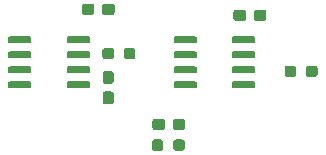
<source format=gbr>
G04 #@! TF.GenerationSoftware,KiCad,Pcbnew,(5.0.2)-1*
G04 #@! TF.CreationDate,2021-01-16T16:59:36+09:00*
G04 #@! TF.ProjectId,AllegroCurrentSensor,416c6c65-6772-46f4-9375-7272656e7453,rev?*
G04 #@! TF.SameCoordinates,Original*
G04 #@! TF.FileFunction,Paste,Top*
G04 #@! TF.FilePolarity,Positive*
%FSLAX46Y46*%
G04 Gerber Fmt 4.6, Leading zero omitted, Abs format (unit mm)*
G04 Created by KiCad (PCBNEW (5.0.2)-1) date 2021/01/16 16:59:36*
%MOMM*%
%LPD*%
G01*
G04 APERTURE LIST*
%ADD10C,0.100000*%
%ADD11C,0.950000*%
%ADD12C,0.600000*%
G04 APERTURE END LIST*
D10*
G04 #@! TO.C,C1*
G36*
X73623279Y-46026144D02*
X73646334Y-46029563D01*
X73668943Y-46035227D01*
X73690887Y-46043079D01*
X73711957Y-46053044D01*
X73731948Y-46065026D01*
X73750668Y-46078910D01*
X73767938Y-46094562D01*
X73783590Y-46111832D01*
X73797474Y-46130552D01*
X73809456Y-46150543D01*
X73819421Y-46171613D01*
X73827273Y-46193557D01*
X73832937Y-46216166D01*
X73836356Y-46239221D01*
X73837500Y-46262500D01*
X73837500Y-46737500D01*
X73836356Y-46760779D01*
X73832937Y-46783834D01*
X73827273Y-46806443D01*
X73819421Y-46828387D01*
X73809456Y-46849457D01*
X73797474Y-46869448D01*
X73783590Y-46888168D01*
X73767938Y-46905438D01*
X73750668Y-46921090D01*
X73731948Y-46934974D01*
X73711957Y-46946956D01*
X73690887Y-46956921D01*
X73668943Y-46964773D01*
X73646334Y-46970437D01*
X73623279Y-46973856D01*
X73600000Y-46975000D01*
X73000000Y-46975000D01*
X72976721Y-46973856D01*
X72953666Y-46970437D01*
X72931057Y-46964773D01*
X72909113Y-46956921D01*
X72888043Y-46946956D01*
X72868052Y-46934974D01*
X72849332Y-46921090D01*
X72832062Y-46905438D01*
X72816410Y-46888168D01*
X72802526Y-46869448D01*
X72790544Y-46849457D01*
X72780579Y-46828387D01*
X72772727Y-46806443D01*
X72767063Y-46783834D01*
X72763644Y-46760779D01*
X72762500Y-46737500D01*
X72762500Y-46262500D01*
X72763644Y-46239221D01*
X72767063Y-46216166D01*
X72772727Y-46193557D01*
X72780579Y-46171613D01*
X72790544Y-46150543D01*
X72802526Y-46130552D01*
X72816410Y-46111832D01*
X72832062Y-46094562D01*
X72849332Y-46078910D01*
X72868052Y-46065026D01*
X72888043Y-46053044D01*
X72909113Y-46043079D01*
X72931057Y-46035227D01*
X72953666Y-46029563D01*
X72976721Y-46026144D01*
X73000000Y-46025000D01*
X73600000Y-46025000D01*
X73623279Y-46026144D01*
X73623279Y-46026144D01*
G37*
D11*
X73300000Y-46500000D03*
D10*
G36*
X75348279Y-46026144D02*
X75371334Y-46029563D01*
X75393943Y-46035227D01*
X75415887Y-46043079D01*
X75436957Y-46053044D01*
X75456948Y-46065026D01*
X75475668Y-46078910D01*
X75492938Y-46094562D01*
X75508590Y-46111832D01*
X75522474Y-46130552D01*
X75534456Y-46150543D01*
X75544421Y-46171613D01*
X75552273Y-46193557D01*
X75557937Y-46216166D01*
X75561356Y-46239221D01*
X75562500Y-46262500D01*
X75562500Y-46737500D01*
X75561356Y-46760779D01*
X75557937Y-46783834D01*
X75552273Y-46806443D01*
X75544421Y-46828387D01*
X75534456Y-46849457D01*
X75522474Y-46869448D01*
X75508590Y-46888168D01*
X75492938Y-46905438D01*
X75475668Y-46921090D01*
X75456948Y-46934974D01*
X75436957Y-46946956D01*
X75415887Y-46956921D01*
X75393943Y-46964773D01*
X75371334Y-46970437D01*
X75348279Y-46973856D01*
X75325000Y-46975000D01*
X74725000Y-46975000D01*
X74701721Y-46973856D01*
X74678666Y-46970437D01*
X74656057Y-46964773D01*
X74634113Y-46956921D01*
X74613043Y-46946956D01*
X74593052Y-46934974D01*
X74574332Y-46921090D01*
X74557062Y-46905438D01*
X74541410Y-46888168D01*
X74527526Y-46869448D01*
X74515544Y-46849457D01*
X74505579Y-46828387D01*
X74497727Y-46806443D01*
X74492063Y-46783834D01*
X74488644Y-46760779D01*
X74487500Y-46737500D01*
X74487500Y-46262500D01*
X74488644Y-46239221D01*
X74492063Y-46216166D01*
X74497727Y-46193557D01*
X74505579Y-46171613D01*
X74515544Y-46150543D01*
X74527526Y-46130552D01*
X74541410Y-46111832D01*
X74557062Y-46094562D01*
X74574332Y-46078910D01*
X74593052Y-46065026D01*
X74613043Y-46053044D01*
X74634113Y-46043079D01*
X74656057Y-46035227D01*
X74678666Y-46029563D01*
X74701721Y-46026144D01*
X74725000Y-46025000D01*
X75325000Y-46025000D01*
X75348279Y-46026144D01*
X75348279Y-46026144D01*
G37*
D11*
X75025000Y-46500000D03*
G04 #@! TD*
D10*
G04 #@! TO.C,C2*
G36*
X86460779Y-46526144D02*
X86483834Y-46529563D01*
X86506443Y-46535227D01*
X86528387Y-46543079D01*
X86549457Y-46553044D01*
X86569448Y-46565026D01*
X86588168Y-46578910D01*
X86605438Y-46594562D01*
X86621090Y-46611832D01*
X86634974Y-46630552D01*
X86646956Y-46650543D01*
X86656921Y-46671613D01*
X86664773Y-46693557D01*
X86670437Y-46716166D01*
X86673856Y-46739221D01*
X86675000Y-46762500D01*
X86675000Y-47237500D01*
X86673856Y-47260779D01*
X86670437Y-47283834D01*
X86664773Y-47306443D01*
X86656921Y-47328387D01*
X86646956Y-47349457D01*
X86634974Y-47369448D01*
X86621090Y-47388168D01*
X86605438Y-47405438D01*
X86588168Y-47421090D01*
X86569448Y-47434974D01*
X86549457Y-47446956D01*
X86528387Y-47456921D01*
X86506443Y-47464773D01*
X86483834Y-47470437D01*
X86460779Y-47473856D01*
X86437500Y-47475000D01*
X85837500Y-47475000D01*
X85814221Y-47473856D01*
X85791166Y-47470437D01*
X85768557Y-47464773D01*
X85746613Y-47456921D01*
X85725543Y-47446956D01*
X85705552Y-47434974D01*
X85686832Y-47421090D01*
X85669562Y-47405438D01*
X85653910Y-47388168D01*
X85640026Y-47369448D01*
X85628044Y-47349457D01*
X85618079Y-47328387D01*
X85610227Y-47306443D01*
X85604563Y-47283834D01*
X85601144Y-47260779D01*
X85600000Y-47237500D01*
X85600000Y-46762500D01*
X85601144Y-46739221D01*
X85604563Y-46716166D01*
X85610227Y-46693557D01*
X85618079Y-46671613D01*
X85628044Y-46650543D01*
X85640026Y-46630552D01*
X85653910Y-46611832D01*
X85669562Y-46594562D01*
X85686832Y-46578910D01*
X85705552Y-46565026D01*
X85725543Y-46553044D01*
X85746613Y-46543079D01*
X85768557Y-46535227D01*
X85791166Y-46529563D01*
X85814221Y-46526144D01*
X85837500Y-46525000D01*
X86437500Y-46525000D01*
X86460779Y-46526144D01*
X86460779Y-46526144D01*
G37*
D11*
X86137500Y-47000000D03*
D10*
G36*
X88185779Y-46526144D02*
X88208834Y-46529563D01*
X88231443Y-46535227D01*
X88253387Y-46543079D01*
X88274457Y-46553044D01*
X88294448Y-46565026D01*
X88313168Y-46578910D01*
X88330438Y-46594562D01*
X88346090Y-46611832D01*
X88359974Y-46630552D01*
X88371956Y-46650543D01*
X88381921Y-46671613D01*
X88389773Y-46693557D01*
X88395437Y-46716166D01*
X88398856Y-46739221D01*
X88400000Y-46762500D01*
X88400000Y-47237500D01*
X88398856Y-47260779D01*
X88395437Y-47283834D01*
X88389773Y-47306443D01*
X88381921Y-47328387D01*
X88371956Y-47349457D01*
X88359974Y-47369448D01*
X88346090Y-47388168D01*
X88330438Y-47405438D01*
X88313168Y-47421090D01*
X88294448Y-47434974D01*
X88274457Y-47446956D01*
X88253387Y-47456921D01*
X88231443Y-47464773D01*
X88208834Y-47470437D01*
X88185779Y-47473856D01*
X88162500Y-47475000D01*
X87562500Y-47475000D01*
X87539221Y-47473856D01*
X87516166Y-47470437D01*
X87493557Y-47464773D01*
X87471613Y-47456921D01*
X87450543Y-47446956D01*
X87430552Y-47434974D01*
X87411832Y-47421090D01*
X87394562Y-47405438D01*
X87378910Y-47388168D01*
X87365026Y-47369448D01*
X87353044Y-47349457D01*
X87343079Y-47328387D01*
X87335227Y-47306443D01*
X87329563Y-47283834D01*
X87326144Y-47260779D01*
X87325000Y-47237500D01*
X87325000Y-46762500D01*
X87326144Y-46739221D01*
X87329563Y-46716166D01*
X87335227Y-46693557D01*
X87343079Y-46671613D01*
X87353044Y-46650543D01*
X87365026Y-46630552D01*
X87378910Y-46611832D01*
X87394562Y-46594562D01*
X87411832Y-46578910D01*
X87430552Y-46565026D01*
X87450543Y-46553044D01*
X87471613Y-46543079D01*
X87493557Y-46535227D01*
X87516166Y-46529563D01*
X87539221Y-46526144D01*
X87562500Y-46525000D01*
X88162500Y-46525000D01*
X88185779Y-46526144D01*
X88185779Y-46526144D01*
G37*
D11*
X87862500Y-47000000D03*
G04 #@! TD*
D10*
G04 #@! TO.C,C3*
G36*
X79598279Y-55776144D02*
X79621334Y-55779563D01*
X79643943Y-55785227D01*
X79665887Y-55793079D01*
X79686957Y-55803044D01*
X79706948Y-55815026D01*
X79725668Y-55828910D01*
X79742938Y-55844562D01*
X79758590Y-55861832D01*
X79772474Y-55880552D01*
X79784456Y-55900543D01*
X79794421Y-55921613D01*
X79802273Y-55943557D01*
X79807937Y-55966166D01*
X79811356Y-55989221D01*
X79812500Y-56012500D01*
X79812500Y-56487500D01*
X79811356Y-56510779D01*
X79807937Y-56533834D01*
X79802273Y-56556443D01*
X79794421Y-56578387D01*
X79784456Y-56599457D01*
X79772474Y-56619448D01*
X79758590Y-56638168D01*
X79742938Y-56655438D01*
X79725668Y-56671090D01*
X79706948Y-56684974D01*
X79686957Y-56696956D01*
X79665887Y-56706921D01*
X79643943Y-56714773D01*
X79621334Y-56720437D01*
X79598279Y-56723856D01*
X79575000Y-56725000D01*
X78975000Y-56725000D01*
X78951721Y-56723856D01*
X78928666Y-56720437D01*
X78906057Y-56714773D01*
X78884113Y-56706921D01*
X78863043Y-56696956D01*
X78843052Y-56684974D01*
X78824332Y-56671090D01*
X78807062Y-56655438D01*
X78791410Y-56638168D01*
X78777526Y-56619448D01*
X78765544Y-56599457D01*
X78755579Y-56578387D01*
X78747727Y-56556443D01*
X78742063Y-56533834D01*
X78738644Y-56510779D01*
X78737500Y-56487500D01*
X78737500Y-56012500D01*
X78738644Y-55989221D01*
X78742063Y-55966166D01*
X78747727Y-55943557D01*
X78755579Y-55921613D01*
X78765544Y-55900543D01*
X78777526Y-55880552D01*
X78791410Y-55861832D01*
X78807062Y-55844562D01*
X78824332Y-55828910D01*
X78843052Y-55815026D01*
X78863043Y-55803044D01*
X78884113Y-55793079D01*
X78906057Y-55785227D01*
X78928666Y-55779563D01*
X78951721Y-55776144D01*
X78975000Y-55775000D01*
X79575000Y-55775000D01*
X79598279Y-55776144D01*
X79598279Y-55776144D01*
G37*
D11*
X79275000Y-56250000D03*
D10*
G36*
X81323279Y-55776144D02*
X81346334Y-55779563D01*
X81368943Y-55785227D01*
X81390887Y-55793079D01*
X81411957Y-55803044D01*
X81431948Y-55815026D01*
X81450668Y-55828910D01*
X81467938Y-55844562D01*
X81483590Y-55861832D01*
X81497474Y-55880552D01*
X81509456Y-55900543D01*
X81519421Y-55921613D01*
X81527273Y-55943557D01*
X81532937Y-55966166D01*
X81536356Y-55989221D01*
X81537500Y-56012500D01*
X81537500Y-56487500D01*
X81536356Y-56510779D01*
X81532937Y-56533834D01*
X81527273Y-56556443D01*
X81519421Y-56578387D01*
X81509456Y-56599457D01*
X81497474Y-56619448D01*
X81483590Y-56638168D01*
X81467938Y-56655438D01*
X81450668Y-56671090D01*
X81431948Y-56684974D01*
X81411957Y-56696956D01*
X81390887Y-56706921D01*
X81368943Y-56714773D01*
X81346334Y-56720437D01*
X81323279Y-56723856D01*
X81300000Y-56725000D01*
X80700000Y-56725000D01*
X80676721Y-56723856D01*
X80653666Y-56720437D01*
X80631057Y-56714773D01*
X80609113Y-56706921D01*
X80588043Y-56696956D01*
X80568052Y-56684974D01*
X80549332Y-56671090D01*
X80532062Y-56655438D01*
X80516410Y-56638168D01*
X80502526Y-56619448D01*
X80490544Y-56599457D01*
X80480579Y-56578387D01*
X80472727Y-56556443D01*
X80467063Y-56533834D01*
X80463644Y-56510779D01*
X80462500Y-56487500D01*
X80462500Y-56012500D01*
X80463644Y-55989221D01*
X80467063Y-55966166D01*
X80472727Y-55943557D01*
X80480579Y-55921613D01*
X80490544Y-55900543D01*
X80502526Y-55880552D01*
X80516410Y-55861832D01*
X80532062Y-55844562D01*
X80549332Y-55828910D01*
X80568052Y-55815026D01*
X80588043Y-55803044D01*
X80609113Y-55793079D01*
X80631057Y-55785227D01*
X80653666Y-55779563D01*
X80676721Y-55776144D01*
X80700000Y-55775000D01*
X81300000Y-55775000D01*
X81323279Y-55776144D01*
X81323279Y-55776144D01*
G37*
D11*
X81000000Y-56250000D03*
G04 #@! TD*
D10*
G04 #@! TO.C,R1*
G36*
X77098279Y-49776144D02*
X77121334Y-49779563D01*
X77143943Y-49785227D01*
X77165887Y-49793079D01*
X77186957Y-49803044D01*
X77206948Y-49815026D01*
X77225668Y-49828910D01*
X77242938Y-49844562D01*
X77258590Y-49861832D01*
X77272474Y-49880552D01*
X77284456Y-49900543D01*
X77294421Y-49921613D01*
X77302273Y-49943557D01*
X77307937Y-49966166D01*
X77311356Y-49989221D01*
X77312500Y-50012500D01*
X77312500Y-50487500D01*
X77311356Y-50510779D01*
X77307937Y-50533834D01*
X77302273Y-50556443D01*
X77294421Y-50578387D01*
X77284456Y-50599457D01*
X77272474Y-50619448D01*
X77258590Y-50638168D01*
X77242938Y-50655438D01*
X77225668Y-50671090D01*
X77206948Y-50684974D01*
X77186957Y-50696956D01*
X77165887Y-50706921D01*
X77143943Y-50714773D01*
X77121334Y-50720437D01*
X77098279Y-50723856D01*
X77075000Y-50725000D01*
X76575000Y-50725000D01*
X76551721Y-50723856D01*
X76528666Y-50720437D01*
X76506057Y-50714773D01*
X76484113Y-50706921D01*
X76463043Y-50696956D01*
X76443052Y-50684974D01*
X76424332Y-50671090D01*
X76407062Y-50655438D01*
X76391410Y-50638168D01*
X76377526Y-50619448D01*
X76365544Y-50599457D01*
X76355579Y-50578387D01*
X76347727Y-50556443D01*
X76342063Y-50533834D01*
X76338644Y-50510779D01*
X76337500Y-50487500D01*
X76337500Y-50012500D01*
X76338644Y-49989221D01*
X76342063Y-49966166D01*
X76347727Y-49943557D01*
X76355579Y-49921613D01*
X76365544Y-49900543D01*
X76377526Y-49880552D01*
X76391410Y-49861832D01*
X76407062Y-49844562D01*
X76424332Y-49828910D01*
X76443052Y-49815026D01*
X76463043Y-49803044D01*
X76484113Y-49793079D01*
X76506057Y-49785227D01*
X76528666Y-49779563D01*
X76551721Y-49776144D01*
X76575000Y-49775000D01*
X77075000Y-49775000D01*
X77098279Y-49776144D01*
X77098279Y-49776144D01*
G37*
D11*
X76825000Y-50250000D03*
D10*
G36*
X75273279Y-49776144D02*
X75296334Y-49779563D01*
X75318943Y-49785227D01*
X75340887Y-49793079D01*
X75361957Y-49803044D01*
X75381948Y-49815026D01*
X75400668Y-49828910D01*
X75417938Y-49844562D01*
X75433590Y-49861832D01*
X75447474Y-49880552D01*
X75459456Y-49900543D01*
X75469421Y-49921613D01*
X75477273Y-49943557D01*
X75482937Y-49966166D01*
X75486356Y-49989221D01*
X75487500Y-50012500D01*
X75487500Y-50487500D01*
X75486356Y-50510779D01*
X75482937Y-50533834D01*
X75477273Y-50556443D01*
X75469421Y-50578387D01*
X75459456Y-50599457D01*
X75447474Y-50619448D01*
X75433590Y-50638168D01*
X75417938Y-50655438D01*
X75400668Y-50671090D01*
X75381948Y-50684974D01*
X75361957Y-50696956D01*
X75340887Y-50706921D01*
X75318943Y-50714773D01*
X75296334Y-50720437D01*
X75273279Y-50723856D01*
X75250000Y-50725000D01*
X74750000Y-50725000D01*
X74726721Y-50723856D01*
X74703666Y-50720437D01*
X74681057Y-50714773D01*
X74659113Y-50706921D01*
X74638043Y-50696956D01*
X74618052Y-50684974D01*
X74599332Y-50671090D01*
X74582062Y-50655438D01*
X74566410Y-50638168D01*
X74552526Y-50619448D01*
X74540544Y-50599457D01*
X74530579Y-50578387D01*
X74522727Y-50556443D01*
X74517063Y-50533834D01*
X74513644Y-50510779D01*
X74512500Y-50487500D01*
X74512500Y-50012500D01*
X74513644Y-49989221D01*
X74517063Y-49966166D01*
X74522727Y-49943557D01*
X74530579Y-49921613D01*
X74540544Y-49900543D01*
X74552526Y-49880552D01*
X74566410Y-49861832D01*
X74582062Y-49844562D01*
X74599332Y-49828910D01*
X74618052Y-49815026D01*
X74638043Y-49803044D01*
X74659113Y-49793079D01*
X74681057Y-49785227D01*
X74703666Y-49779563D01*
X74726721Y-49776144D01*
X74750000Y-49775000D01*
X75250000Y-49775000D01*
X75273279Y-49776144D01*
X75273279Y-49776144D01*
G37*
D11*
X75000000Y-50250000D03*
G04 #@! TD*
D10*
G04 #@! TO.C,R2*
G36*
X79448279Y-57526144D02*
X79471334Y-57529563D01*
X79493943Y-57535227D01*
X79515887Y-57543079D01*
X79536957Y-57553044D01*
X79556948Y-57565026D01*
X79575668Y-57578910D01*
X79592938Y-57594562D01*
X79608590Y-57611832D01*
X79622474Y-57630552D01*
X79634456Y-57650543D01*
X79644421Y-57671613D01*
X79652273Y-57693557D01*
X79657937Y-57716166D01*
X79661356Y-57739221D01*
X79662500Y-57762500D01*
X79662500Y-58237500D01*
X79661356Y-58260779D01*
X79657937Y-58283834D01*
X79652273Y-58306443D01*
X79644421Y-58328387D01*
X79634456Y-58349457D01*
X79622474Y-58369448D01*
X79608590Y-58388168D01*
X79592938Y-58405438D01*
X79575668Y-58421090D01*
X79556948Y-58434974D01*
X79536957Y-58446956D01*
X79515887Y-58456921D01*
X79493943Y-58464773D01*
X79471334Y-58470437D01*
X79448279Y-58473856D01*
X79425000Y-58475000D01*
X78925000Y-58475000D01*
X78901721Y-58473856D01*
X78878666Y-58470437D01*
X78856057Y-58464773D01*
X78834113Y-58456921D01*
X78813043Y-58446956D01*
X78793052Y-58434974D01*
X78774332Y-58421090D01*
X78757062Y-58405438D01*
X78741410Y-58388168D01*
X78727526Y-58369448D01*
X78715544Y-58349457D01*
X78705579Y-58328387D01*
X78697727Y-58306443D01*
X78692063Y-58283834D01*
X78688644Y-58260779D01*
X78687500Y-58237500D01*
X78687500Y-57762500D01*
X78688644Y-57739221D01*
X78692063Y-57716166D01*
X78697727Y-57693557D01*
X78705579Y-57671613D01*
X78715544Y-57650543D01*
X78727526Y-57630552D01*
X78741410Y-57611832D01*
X78757062Y-57594562D01*
X78774332Y-57578910D01*
X78793052Y-57565026D01*
X78813043Y-57553044D01*
X78834113Y-57543079D01*
X78856057Y-57535227D01*
X78878666Y-57529563D01*
X78901721Y-57526144D01*
X78925000Y-57525000D01*
X79425000Y-57525000D01*
X79448279Y-57526144D01*
X79448279Y-57526144D01*
G37*
D11*
X79175000Y-58000000D03*
D10*
G36*
X81273279Y-57526144D02*
X81296334Y-57529563D01*
X81318943Y-57535227D01*
X81340887Y-57543079D01*
X81361957Y-57553044D01*
X81381948Y-57565026D01*
X81400668Y-57578910D01*
X81417938Y-57594562D01*
X81433590Y-57611832D01*
X81447474Y-57630552D01*
X81459456Y-57650543D01*
X81469421Y-57671613D01*
X81477273Y-57693557D01*
X81482937Y-57716166D01*
X81486356Y-57739221D01*
X81487500Y-57762500D01*
X81487500Y-58237500D01*
X81486356Y-58260779D01*
X81482937Y-58283834D01*
X81477273Y-58306443D01*
X81469421Y-58328387D01*
X81459456Y-58349457D01*
X81447474Y-58369448D01*
X81433590Y-58388168D01*
X81417938Y-58405438D01*
X81400668Y-58421090D01*
X81381948Y-58434974D01*
X81361957Y-58446956D01*
X81340887Y-58456921D01*
X81318943Y-58464773D01*
X81296334Y-58470437D01*
X81273279Y-58473856D01*
X81250000Y-58475000D01*
X80750000Y-58475000D01*
X80726721Y-58473856D01*
X80703666Y-58470437D01*
X80681057Y-58464773D01*
X80659113Y-58456921D01*
X80638043Y-58446956D01*
X80618052Y-58434974D01*
X80599332Y-58421090D01*
X80582062Y-58405438D01*
X80566410Y-58388168D01*
X80552526Y-58369448D01*
X80540544Y-58349457D01*
X80530579Y-58328387D01*
X80522727Y-58306443D01*
X80517063Y-58283834D01*
X80513644Y-58260779D01*
X80512500Y-58237500D01*
X80512500Y-57762500D01*
X80513644Y-57739221D01*
X80517063Y-57716166D01*
X80522727Y-57693557D01*
X80530579Y-57671613D01*
X80540544Y-57650543D01*
X80552526Y-57630552D01*
X80566410Y-57611832D01*
X80582062Y-57594562D01*
X80599332Y-57578910D01*
X80618052Y-57565026D01*
X80638043Y-57553044D01*
X80659113Y-57543079D01*
X80681057Y-57535227D01*
X80703666Y-57529563D01*
X80726721Y-57526144D01*
X80750000Y-57525000D01*
X81250000Y-57525000D01*
X81273279Y-57526144D01*
X81273279Y-57526144D01*
G37*
D11*
X81000000Y-58000000D03*
G04 #@! TD*
D10*
G04 #@! TO.C,R3*
G36*
X90698279Y-51276144D02*
X90721334Y-51279563D01*
X90743943Y-51285227D01*
X90765887Y-51293079D01*
X90786957Y-51303044D01*
X90806948Y-51315026D01*
X90825668Y-51328910D01*
X90842938Y-51344562D01*
X90858590Y-51361832D01*
X90872474Y-51380552D01*
X90884456Y-51400543D01*
X90894421Y-51421613D01*
X90902273Y-51443557D01*
X90907937Y-51466166D01*
X90911356Y-51489221D01*
X90912500Y-51512500D01*
X90912500Y-51987500D01*
X90911356Y-52010779D01*
X90907937Y-52033834D01*
X90902273Y-52056443D01*
X90894421Y-52078387D01*
X90884456Y-52099457D01*
X90872474Y-52119448D01*
X90858590Y-52138168D01*
X90842938Y-52155438D01*
X90825668Y-52171090D01*
X90806948Y-52184974D01*
X90786957Y-52196956D01*
X90765887Y-52206921D01*
X90743943Y-52214773D01*
X90721334Y-52220437D01*
X90698279Y-52223856D01*
X90675000Y-52225000D01*
X90175000Y-52225000D01*
X90151721Y-52223856D01*
X90128666Y-52220437D01*
X90106057Y-52214773D01*
X90084113Y-52206921D01*
X90063043Y-52196956D01*
X90043052Y-52184974D01*
X90024332Y-52171090D01*
X90007062Y-52155438D01*
X89991410Y-52138168D01*
X89977526Y-52119448D01*
X89965544Y-52099457D01*
X89955579Y-52078387D01*
X89947727Y-52056443D01*
X89942063Y-52033834D01*
X89938644Y-52010779D01*
X89937500Y-51987500D01*
X89937500Y-51512500D01*
X89938644Y-51489221D01*
X89942063Y-51466166D01*
X89947727Y-51443557D01*
X89955579Y-51421613D01*
X89965544Y-51400543D01*
X89977526Y-51380552D01*
X89991410Y-51361832D01*
X90007062Y-51344562D01*
X90024332Y-51328910D01*
X90043052Y-51315026D01*
X90063043Y-51303044D01*
X90084113Y-51293079D01*
X90106057Y-51285227D01*
X90128666Y-51279563D01*
X90151721Y-51276144D01*
X90175000Y-51275000D01*
X90675000Y-51275000D01*
X90698279Y-51276144D01*
X90698279Y-51276144D01*
G37*
D11*
X90425000Y-51750000D03*
D10*
G36*
X92523279Y-51276144D02*
X92546334Y-51279563D01*
X92568943Y-51285227D01*
X92590887Y-51293079D01*
X92611957Y-51303044D01*
X92631948Y-51315026D01*
X92650668Y-51328910D01*
X92667938Y-51344562D01*
X92683590Y-51361832D01*
X92697474Y-51380552D01*
X92709456Y-51400543D01*
X92719421Y-51421613D01*
X92727273Y-51443557D01*
X92732937Y-51466166D01*
X92736356Y-51489221D01*
X92737500Y-51512500D01*
X92737500Y-51987500D01*
X92736356Y-52010779D01*
X92732937Y-52033834D01*
X92727273Y-52056443D01*
X92719421Y-52078387D01*
X92709456Y-52099457D01*
X92697474Y-52119448D01*
X92683590Y-52138168D01*
X92667938Y-52155438D01*
X92650668Y-52171090D01*
X92631948Y-52184974D01*
X92611957Y-52196956D01*
X92590887Y-52206921D01*
X92568943Y-52214773D01*
X92546334Y-52220437D01*
X92523279Y-52223856D01*
X92500000Y-52225000D01*
X92000000Y-52225000D01*
X91976721Y-52223856D01*
X91953666Y-52220437D01*
X91931057Y-52214773D01*
X91909113Y-52206921D01*
X91888043Y-52196956D01*
X91868052Y-52184974D01*
X91849332Y-52171090D01*
X91832062Y-52155438D01*
X91816410Y-52138168D01*
X91802526Y-52119448D01*
X91790544Y-52099457D01*
X91780579Y-52078387D01*
X91772727Y-52056443D01*
X91767063Y-52033834D01*
X91763644Y-52010779D01*
X91762500Y-51987500D01*
X91762500Y-51512500D01*
X91763644Y-51489221D01*
X91767063Y-51466166D01*
X91772727Y-51443557D01*
X91780579Y-51421613D01*
X91790544Y-51400543D01*
X91802526Y-51380552D01*
X91816410Y-51361832D01*
X91832062Y-51344562D01*
X91849332Y-51328910D01*
X91868052Y-51315026D01*
X91888043Y-51303044D01*
X91909113Y-51293079D01*
X91931057Y-51285227D01*
X91953666Y-51279563D01*
X91976721Y-51276144D01*
X92000000Y-51275000D01*
X92500000Y-51275000D01*
X92523279Y-51276144D01*
X92523279Y-51276144D01*
G37*
D11*
X92250000Y-51750000D03*
G04 #@! TD*
D10*
G04 #@! TO.C,U2*
G36*
X82364703Y-48795722D02*
X82379264Y-48797882D01*
X82393543Y-48801459D01*
X82407403Y-48806418D01*
X82420710Y-48812712D01*
X82433336Y-48820280D01*
X82445159Y-48829048D01*
X82456066Y-48838934D01*
X82465952Y-48849841D01*
X82474720Y-48861664D01*
X82482288Y-48874290D01*
X82488582Y-48887597D01*
X82493541Y-48901457D01*
X82497118Y-48915736D01*
X82499278Y-48930297D01*
X82500000Y-48945000D01*
X82500000Y-49245000D01*
X82499278Y-49259703D01*
X82497118Y-49274264D01*
X82493541Y-49288543D01*
X82488582Y-49302403D01*
X82482288Y-49315710D01*
X82474720Y-49328336D01*
X82465952Y-49340159D01*
X82456066Y-49351066D01*
X82445159Y-49360952D01*
X82433336Y-49369720D01*
X82420710Y-49377288D01*
X82407403Y-49383582D01*
X82393543Y-49388541D01*
X82379264Y-49392118D01*
X82364703Y-49394278D01*
X82350000Y-49395000D01*
X80700000Y-49395000D01*
X80685297Y-49394278D01*
X80670736Y-49392118D01*
X80656457Y-49388541D01*
X80642597Y-49383582D01*
X80629290Y-49377288D01*
X80616664Y-49369720D01*
X80604841Y-49360952D01*
X80593934Y-49351066D01*
X80584048Y-49340159D01*
X80575280Y-49328336D01*
X80567712Y-49315710D01*
X80561418Y-49302403D01*
X80556459Y-49288543D01*
X80552882Y-49274264D01*
X80550722Y-49259703D01*
X80550000Y-49245000D01*
X80550000Y-48945000D01*
X80550722Y-48930297D01*
X80552882Y-48915736D01*
X80556459Y-48901457D01*
X80561418Y-48887597D01*
X80567712Y-48874290D01*
X80575280Y-48861664D01*
X80584048Y-48849841D01*
X80593934Y-48838934D01*
X80604841Y-48829048D01*
X80616664Y-48820280D01*
X80629290Y-48812712D01*
X80642597Y-48806418D01*
X80656457Y-48801459D01*
X80670736Y-48797882D01*
X80685297Y-48795722D01*
X80700000Y-48795000D01*
X82350000Y-48795000D01*
X82364703Y-48795722D01*
X82364703Y-48795722D01*
G37*
D12*
X81525000Y-49095000D03*
D10*
G36*
X82364703Y-50065722D02*
X82379264Y-50067882D01*
X82393543Y-50071459D01*
X82407403Y-50076418D01*
X82420710Y-50082712D01*
X82433336Y-50090280D01*
X82445159Y-50099048D01*
X82456066Y-50108934D01*
X82465952Y-50119841D01*
X82474720Y-50131664D01*
X82482288Y-50144290D01*
X82488582Y-50157597D01*
X82493541Y-50171457D01*
X82497118Y-50185736D01*
X82499278Y-50200297D01*
X82500000Y-50215000D01*
X82500000Y-50515000D01*
X82499278Y-50529703D01*
X82497118Y-50544264D01*
X82493541Y-50558543D01*
X82488582Y-50572403D01*
X82482288Y-50585710D01*
X82474720Y-50598336D01*
X82465952Y-50610159D01*
X82456066Y-50621066D01*
X82445159Y-50630952D01*
X82433336Y-50639720D01*
X82420710Y-50647288D01*
X82407403Y-50653582D01*
X82393543Y-50658541D01*
X82379264Y-50662118D01*
X82364703Y-50664278D01*
X82350000Y-50665000D01*
X80700000Y-50665000D01*
X80685297Y-50664278D01*
X80670736Y-50662118D01*
X80656457Y-50658541D01*
X80642597Y-50653582D01*
X80629290Y-50647288D01*
X80616664Y-50639720D01*
X80604841Y-50630952D01*
X80593934Y-50621066D01*
X80584048Y-50610159D01*
X80575280Y-50598336D01*
X80567712Y-50585710D01*
X80561418Y-50572403D01*
X80556459Y-50558543D01*
X80552882Y-50544264D01*
X80550722Y-50529703D01*
X80550000Y-50515000D01*
X80550000Y-50215000D01*
X80550722Y-50200297D01*
X80552882Y-50185736D01*
X80556459Y-50171457D01*
X80561418Y-50157597D01*
X80567712Y-50144290D01*
X80575280Y-50131664D01*
X80584048Y-50119841D01*
X80593934Y-50108934D01*
X80604841Y-50099048D01*
X80616664Y-50090280D01*
X80629290Y-50082712D01*
X80642597Y-50076418D01*
X80656457Y-50071459D01*
X80670736Y-50067882D01*
X80685297Y-50065722D01*
X80700000Y-50065000D01*
X82350000Y-50065000D01*
X82364703Y-50065722D01*
X82364703Y-50065722D01*
G37*
D12*
X81525000Y-50365000D03*
D10*
G36*
X82364703Y-51335722D02*
X82379264Y-51337882D01*
X82393543Y-51341459D01*
X82407403Y-51346418D01*
X82420710Y-51352712D01*
X82433336Y-51360280D01*
X82445159Y-51369048D01*
X82456066Y-51378934D01*
X82465952Y-51389841D01*
X82474720Y-51401664D01*
X82482288Y-51414290D01*
X82488582Y-51427597D01*
X82493541Y-51441457D01*
X82497118Y-51455736D01*
X82499278Y-51470297D01*
X82500000Y-51485000D01*
X82500000Y-51785000D01*
X82499278Y-51799703D01*
X82497118Y-51814264D01*
X82493541Y-51828543D01*
X82488582Y-51842403D01*
X82482288Y-51855710D01*
X82474720Y-51868336D01*
X82465952Y-51880159D01*
X82456066Y-51891066D01*
X82445159Y-51900952D01*
X82433336Y-51909720D01*
X82420710Y-51917288D01*
X82407403Y-51923582D01*
X82393543Y-51928541D01*
X82379264Y-51932118D01*
X82364703Y-51934278D01*
X82350000Y-51935000D01*
X80700000Y-51935000D01*
X80685297Y-51934278D01*
X80670736Y-51932118D01*
X80656457Y-51928541D01*
X80642597Y-51923582D01*
X80629290Y-51917288D01*
X80616664Y-51909720D01*
X80604841Y-51900952D01*
X80593934Y-51891066D01*
X80584048Y-51880159D01*
X80575280Y-51868336D01*
X80567712Y-51855710D01*
X80561418Y-51842403D01*
X80556459Y-51828543D01*
X80552882Y-51814264D01*
X80550722Y-51799703D01*
X80550000Y-51785000D01*
X80550000Y-51485000D01*
X80550722Y-51470297D01*
X80552882Y-51455736D01*
X80556459Y-51441457D01*
X80561418Y-51427597D01*
X80567712Y-51414290D01*
X80575280Y-51401664D01*
X80584048Y-51389841D01*
X80593934Y-51378934D01*
X80604841Y-51369048D01*
X80616664Y-51360280D01*
X80629290Y-51352712D01*
X80642597Y-51346418D01*
X80656457Y-51341459D01*
X80670736Y-51337882D01*
X80685297Y-51335722D01*
X80700000Y-51335000D01*
X82350000Y-51335000D01*
X82364703Y-51335722D01*
X82364703Y-51335722D01*
G37*
D12*
X81525000Y-51635000D03*
D10*
G36*
X82364703Y-52605722D02*
X82379264Y-52607882D01*
X82393543Y-52611459D01*
X82407403Y-52616418D01*
X82420710Y-52622712D01*
X82433336Y-52630280D01*
X82445159Y-52639048D01*
X82456066Y-52648934D01*
X82465952Y-52659841D01*
X82474720Y-52671664D01*
X82482288Y-52684290D01*
X82488582Y-52697597D01*
X82493541Y-52711457D01*
X82497118Y-52725736D01*
X82499278Y-52740297D01*
X82500000Y-52755000D01*
X82500000Y-53055000D01*
X82499278Y-53069703D01*
X82497118Y-53084264D01*
X82493541Y-53098543D01*
X82488582Y-53112403D01*
X82482288Y-53125710D01*
X82474720Y-53138336D01*
X82465952Y-53150159D01*
X82456066Y-53161066D01*
X82445159Y-53170952D01*
X82433336Y-53179720D01*
X82420710Y-53187288D01*
X82407403Y-53193582D01*
X82393543Y-53198541D01*
X82379264Y-53202118D01*
X82364703Y-53204278D01*
X82350000Y-53205000D01*
X80700000Y-53205000D01*
X80685297Y-53204278D01*
X80670736Y-53202118D01*
X80656457Y-53198541D01*
X80642597Y-53193582D01*
X80629290Y-53187288D01*
X80616664Y-53179720D01*
X80604841Y-53170952D01*
X80593934Y-53161066D01*
X80584048Y-53150159D01*
X80575280Y-53138336D01*
X80567712Y-53125710D01*
X80561418Y-53112403D01*
X80556459Y-53098543D01*
X80552882Y-53084264D01*
X80550722Y-53069703D01*
X80550000Y-53055000D01*
X80550000Y-52755000D01*
X80550722Y-52740297D01*
X80552882Y-52725736D01*
X80556459Y-52711457D01*
X80561418Y-52697597D01*
X80567712Y-52684290D01*
X80575280Y-52671664D01*
X80584048Y-52659841D01*
X80593934Y-52648934D01*
X80604841Y-52639048D01*
X80616664Y-52630280D01*
X80629290Y-52622712D01*
X80642597Y-52616418D01*
X80656457Y-52611459D01*
X80670736Y-52607882D01*
X80685297Y-52605722D01*
X80700000Y-52605000D01*
X82350000Y-52605000D01*
X82364703Y-52605722D01*
X82364703Y-52605722D01*
G37*
D12*
X81525000Y-52905000D03*
D10*
G36*
X87314703Y-52605722D02*
X87329264Y-52607882D01*
X87343543Y-52611459D01*
X87357403Y-52616418D01*
X87370710Y-52622712D01*
X87383336Y-52630280D01*
X87395159Y-52639048D01*
X87406066Y-52648934D01*
X87415952Y-52659841D01*
X87424720Y-52671664D01*
X87432288Y-52684290D01*
X87438582Y-52697597D01*
X87443541Y-52711457D01*
X87447118Y-52725736D01*
X87449278Y-52740297D01*
X87450000Y-52755000D01*
X87450000Y-53055000D01*
X87449278Y-53069703D01*
X87447118Y-53084264D01*
X87443541Y-53098543D01*
X87438582Y-53112403D01*
X87432288Y-53125710D01*
X87424720Y-53138336D01*
X87415952Y-53150159D01*
X87406066Y-53161066D01*
X87395159Y-53170952D01*
X87383336Y-53179720D01*
X87370710Y-53187288D01*
X87357403Y-53193582D01*
X87343543Y-53198541D01*
X87329264Y-53202118D01*
X87314703Y-53204278D01*
X87300000Y-53205000D01*
X85650000Y-53205000D01*
X85635297Y-53204278D01*
X85620736Y-53202118D01*
X85606457Y-53198541D01*
X85592597Y-53193582D01*
X85579290Y-53187288D01*
X85566664Y-53179720D01*
X85554841Y-53170952D01*
X85543934Y-53161066D01*
X85534048Y-53150159D01*
X85525280Y-53138336D01*
X85517712Y-53125710D01*
X85511418Y-53112403D01*
X85506459Y-53098543D01*
X85502882Y-53084264D01*
X85500722Y-53069703D01*
X85500000Y-53055000D01*
X85500000Y-52755000D01*
X85500722Y-52740297D01*
X85502882Y-52725736D01*
X85506459Y-52711457D01*
X85511418Y-52697597D01*
X85517712Y-52684290D01*
X85525280Y-52671664D01*
X85534048Y-52659841D01*
X85543934Y-52648934D01*
X85554841Y-52639048D01*
X85566664Y-52630280D01*
X85579290Y-52622712D01*
X85592597Y-52616418D01*
X85606457Y-52611459D01*
X85620736Y-52607882D01*
X85635297Y-52605722D01*
X85650000Y-52605000D01*
X87300000Y-52605000D01*
X87314703Y-52605722D01*
X87314703Y-52605722D01*
G37*
D12*
X86475000Y-52905000D03*
D10*
G36*
X87314703Y-51335722D02*
X87329264Y-51337882D01*
X87343543Y-51341459D01*
X87357403Y-51346418D01*
X87370710Y-51352712D01*
X87383336Y-51360280D01*
X87395159Y-51369048D01*
X87406066Y-51378934D01*
X87415952Y-51389841D01*
X87424720Y-51401664D01*
X87432288Y-51414290D01*
X87438582Y-51427597D01*
X87443541Y-51441457D01*
X87447118Y-51455736D01*
X87449278Y-51470297D01*
X87450000Y-51485000D01*
X87450000Y-51785000D01*
X87449278Y-51799703D01*
X87447118Y-51814264D01*
X87443541Y-51828543D01*
X87438582Y-51842403D01*
X87432288Y-51855710D01*
X87424720Y-51868336D01*
X87415952Y-51880159D01*
X87406066Y-51891066D01*
X87395159Y-51900952D01*
X87383336Y-51909720D01*
X87370710Y-51917288D01*
X87357403Y-51923582D01*
X87343543Y-51928541D01*
X87329264Y-51932118D01*
X87314703Y-51934278D01*
X87300000Y-51935000D01*
X85650000Y-51935000D01*
X85635297Y-51934278D01*
X85620736Y-51932118D01*
X85606457Y-51928541D01*
X85592597Y-51923582D01*
X85579290Y-51917288D01*
X85566664Y-51909720D01*
X85554841Y-51900952D01*
X85543934Y-51891066D01*
X85534048Y-51880159D01*
X85525280Y-51868336D01*
X85517712Y-51855710D01*
X85511418Y-51842403D01*
X85506459Y-51828543D01*
X85502882Y-51814264D01*
X85500722Y-51799703D01*
X85500000Y-51785000D01*
X85500000Y-51485000D01*
X85500722Y-51470297D01*
X85502882Y-51455736D01*
X85506459Y-51441457D01*
X85511418Y-51427597D01*
X85517712Y-51414290D01*
X85525280Y-51401664D01*
X85534048Y-51389841D01*
X85543934Y-51378934D01*
X85554841Y-51369048D01*
X85566664Y-51360280D01*
X85579290Y-51352712D01*
X85592597Y-51346418D01*
X85606457Y-51341459D01*
X85620736Y-51337882D01*
X85635297Y-51335722D01*
X85650000Y-51335000D01*
X87300000Y-51335000D01*
X87314703Y-51335722D01*
X87314703Y-51335722D01*
G37*
D12*
X86475000Y-51635000D03*
D10*
G36*
X87314703Y-50065722D02*
X87329264Y-50067882D01*
X87343543Y-50071459D01*
X87357403Y-50076418D01*
X87370710Y-50082712D01*
X87383336Y-50090280D01*
X87395159Y-50099048D01*
X87406066Y-50108934D01*
X87415952Y-50119841D01*
X87424720Y-50131664D01*
X87432288Y-50144290D01*
X87438582Y-50157597D01*
X87443541Y-50171457D01*
X87447118Y-50185736D01*
X87449278Y-50200297D01*
X87450000Y-50215000D01*
X87450000Y-50515000D01*
X87449278Y-50529703D01*
X87447118Y-50544264D01*
X87443541Y-50558543D01*
X87438582Y-50572403D01*
X87432288Y-50585710D01*
X87424720Y-50598336D01*
X87415952Y-50610159D01*
X87406066Y-50621066D01*
X87395159Y-50630952D01*
X87383336Y-50639720D01*
X87370710Y-50647288D01*
X87357403Y-50653582D01*
X87343543Y-50658541D01*
X87329264Y-50662118D01*
X87314703Y-50664278D01*
X87300000Y-50665000D01*
X85650000Y-50665000D01*
X85635297Y-50664278D01*
X85620736Y-50662118D01*
X85606457Y-50658541D01*
X85592597Y-50653582D01*
X85579290Y-50647288D01*
X85566664Y-50639720D01*
X85554841Y-50630952D01*
X85543934Y-50621066D01*
X85534048Y-50610159D01*
X85525280Y-50598336D01*
X85517712Y-50585710D01*
X85511418Y-50572403D01*
X85506459Y-50558543D01*
X85502882Y-50544264D01*
X85500722Y-50529703D01*
X85500000Y-50515000D01*
X85500000Y-50215000D01*
X85500722Y-50200297D01*
X85502882Y-50185736D01*
X85506459Y-50171457D01*
X85511418Y-50157597D01*
X85517712Y-50144290D01*
X85525280Y-50131664D01*
X85534048Y-50119841D01*
X85543934Y-50108934D01*
X85554841Y-50099048D01*
X85566664Y-50090280D01*
X85579290Y-50082712D01*
X85592597Y-50076418D01*
X85606457Y-50071459D01*
X85620736Y-50067882D01*
X85635297Y-50065722D01*
X85650000Y-50065000D01*
X87300000Y-50065000D01*
X87314703Y-50065722D01*
X87314703Y-50065722D01*
G37*
D12*
X86475000Y-50365000D03*
D10*
G36*
X87314703Y-48795722D02*
X87329264Y-48797882D01*
X87343543Y-48801459D01*
X87357403Y-48806418D01*
X87370710Y-48812712D01*
X87383336Y-48820280D01*
X87395159Y-48829048D01*
X87406066Y-48838934D01*
X87415952Y-48849841D01*
X87424720Y-48861664D01*
X87432288Y-48874290D01*
X87438582Y-48887597D01*
X87443541Y-48901457D01*
X87447118Y-48915736D01*
X87449278Y-48930297D01*
X87450000Y-48945000D01*
X87450000Y-49245000D01*
X87449278Y-49259703D01*
X87447118Y-49274264D01*
X87443541Y-49288543D01*
X87438582Y-49302403D01*
X87432288Y-49315710D01*
X87424720Y-49328336D01*
X87415952Y-49340159D01*
X87406066Y-49351066D01*
X87395159Y-49360952D01*
X87383336Y-49369720D01*
X87370710Y-49377288D01*
X87357403Y-49383582D01*
X87343543Y-49388541D01*
X87329264Y-49392118D01*
X87314703Y-49394278D01*
X87300000Y-49395000D01*
X85650000Y-49395000D01*
X85635297Y-49394278D01*
X85620736Y-49392118D01*
X85606457Y-49388541D01*
X85592597Y-49383582D01*
X85579290Y-49377288D01*
X85566664Y-49369720D01*
X85554841Y-49360952D01*
X85543934Y-49351066D01*
X85534048Y-49340159D01*
X85525280Y-49328336D01*
X85517712Y-49315710D01*
X85511418Y-49302403D01*
X85506459Y-49288543D01*
X85502882Y-49274264D01*
X85500722Y-49259703D01*
X85500000Y-49245000D01*
X85500000Y-48945000D01*
X85500722Y-48930297D01*
X85502882Y-48915736D01*
X85506459Y-48901457D01*
X85511418Y-48887597D01*
X85517712Y-48874290D01*
X85525280Y-48861664D01*
X85534048Y-48849841D01*
X85543934Y-48838934D01*
X85554841Y-48829048D01*
X85566664Y-48820280D01*
X85579290Y-48812712D01*
X85592597Y-48806418D01*
X85606457Y-48801459D01*
X85620736Y-48797882D01*
X85635297Y-48795722D01*
X85650000Y-48795000D01*
X87300000Y-48795000D01*
X87314703Y-48795722D01*
X87314703Y-48795722D01*
G37*
D12*
X86475000Y-49095000D03*
G04 #@! TD*
D10*
G04 #@! TO.C,C4*
G36*
X75260779Y-51738644D02*
X75283834Y-51742063D01*
X75306443Y-51747727D01*
X75328387Y-51755579D01*
X75349457Y-51765544D01*
X75369448Y-51777526D01*
X75388168Y-51791410D01*
X75405438Y-51807062D01*
X75421090Y-51824332D01*
X75434974Y-51843052D01*
X75446956Y-51863043D01*
X75456921Y-51884113D01*
X75464773Y-51906057D01*
X75470437Y-51928666D01*
X75473856Y-51951721D01*
X75475000Y-51975000D01*
X75475000Y-52575000D01*
X75473856Y-52598279D01*
X75470437Y-52621334D01*
X75464773Y-52643943D01*
X75456921Y-52665887D01*
X75446956Y-52686957D01*
X75434974Y-52706948D01*
X75421090Y-52725668D01*
X75405438Y-52742938D01*
X75388168Y-52758590D01*
X75369448Y-52772474D01*
X75349457Y-52784456D01*
X75328387Y-52794421D01*
X75306443Y-52802273D01*
X75283834Y-52807937D01*
X75260779Y-52811356D01*
X75237500Y-52812500D01*
X74762500Y-52812500D01*
X74739221Y-52811356D01*
X74716166Y-52807937D01*
X74693557Y-52802273D01*
X74671613Y-52794421D01*
X74650543Y-52784456D01*
X74630552Y-52772474D01*
X74611832Y-52758590D01*
X74594562Y-52742938D01*
X74578910Y-52725668D01*
X74565026Y-52706948D01*
X74553044Y-52686957D01*
X74543079Y-52665887D01*
X74535227Y-52643943D01*
X74529563Y-52621334D01*
X74526144Y-52598279D01*
X74525000Y-52575000D01*
X74525000Y-51975000D01*
X74526144Y-51951721D01*
X74529563Y-51928666D01*
X74535227Y-51906057D01*
X74543079Y-51884113D01*
X74553044Y-51863043D01*
X74565026Y-51843052D01*
X74578910Y-51824332D01*
X74594562Y-51807062D01*
X74611832Y-51791410D01*
X74630552Y-51777526D01*
X74650543Y-51765544D01*
X74671613Y-51755579D01*
X74693557Y-51747727D01*
X74716166Y-51742063D01*
X74739221Y-51738644D01*
X74762500Y-51737500D01*
X75237500Y-51737500D01*
X75260779Y-51738644D01*
X75260779Y-51738644D01*
G37*
D11*
X75000000Y-52275000D03*
D10*
G36*
X75260779Y-53463644D02*
X75283834Y-53467063D01*
X75306443Y-53472727D01*
X75328387Y-53480579D01*
X75349457Y-53490544D01*
X75369448Y-53502526D01*
X75388168Y-53516410D01*
X75405438Y-53532062D01*
X75421090Y-53549332D01*
X75434974Y-53568052D01*
X75446956Y-53588043D01*
X75456921Y-53609113D01*
X75464773Y-53631057D01*
X75470437Y-53653666D01*
X75473856Y-53676721D01*
X75475000Y-53700000D01*
X75475000Y-54300000D01*
X75473856Y-54323279D01*
X75470437Y-54346334D01*
X75464773Y-54368943D01*
X75456921Y-54390887D01*
X75446956Y-54411957D01*
X75434974Y-54431948D01*
X75421090Y-54450668D01*
X75405438Y-54467938D01*
X75388168Y-54483590D01*
X75369448Y-54497474D01*
X75349457Y-54509456D01*
X75328387Y-54519421D01*
X75306443Y-54527273D01*
X75283834Y-54532937D01*
X75260779Y-54536356D01*
X75237500Y-54537500D01*
X74762500Y-54537500D01*
X74739221Y-54536356D01*
X74716166Y-54532937D01*
X74693557Y-54527273D01*
X74671613Y-54519421D01*
X74650543Y-54509456D01*
X74630552Y-54497474D01*
X74611832Y-54483590D01*
X74594562Y-54467938D01*
X74578910Y-54450668D01*
X74565026Y-54431948D01*
X74553044Y-54411957D01*
X74543079Y-54390887D01*
X74535227Y-54368943D01*
X74529563Y-54346334D01*
X74526144Y-54323279D01*
X74525000Y-54300000D01*
X74525000Y-53700000D01*
X74526144Y-53676721D01*
X74529563Y-53653666D01*
X74535227Y-53631057D01*
X74543079Y-53609113D01*
X74553044Y-53588043D01*
X74565026Y-53568052D01*
X74578910Y-53549332D01*
X74594562Y-53532062D01*
X74611832Y-53516410D01*
X74630552Y-53502526D01*
X74650543Y-53490544D01*
X74671613Y-53480579D01*
X74693557Y-53472727D01*
X74716166Y-53467063D01*
X74739221Y-53463644D01*
X74762500Y-53462500D01*
X75237500Y-53462500D01*
X75260779Y-53463644D01*
X75260779Y-53463644D01*
G37*
D11*
X75000000Y-54000000D03*
G04 #@! TD*
D10*
G04 #@! TO.C,U1*
G36*
X68364703Y-48795722D02*
X68379264Y-48797882D01*
X68393543Y-48801459D01*
X68407403Y-48806418D01*
X68420710Y-48812712D01*
X68433336Y-48820280D01*
X68445159Y-48829048D01*
X68456066Y-48838934D01*
X68465952Y-48849841D01*
X68474720Y-48861664D01*
X68482288Y-48874290D01*
X68488582Y-48887597D01*
X68493541Y-48901457D01*
X68497118Y-48915736D01*
X68499278Y-48930297D01*
X68500000Y-48945000D01*
X68500000Y-49245000D01*
X68499278Y-49259703D01*
X68497118Y-49274264D01*
X68493541Y-49288543D01*
X68488582Y-49302403D01*
X68482288Y-49315710D01*
X68474720Y-49328336D01*
X68465952Y-49340159D01*
X68456066Y-49351066D01*
X68445159Y-49360952D01*
X68433336Y-49369720D01*
X68420710Y-49377288D01*
X68407403Y-49383582D01*
X68393543Y-49388541D01*
X68379264Y-49392118D01*
X68364703Y-49394278D01*
X68350000Y-49395000D01*
X66700000Y-49395000D01*
X66685297Y-49394278D01*
X66670736Y-49392118D01*
X66656457Y-49388541D01*
X66642597Y-49383582D01*
X66629290Y-49377288D01*
X66616664Y-49369720D01*
X66604841Y-49360952D01*
X66593934Y-49351066D01*
X66584048Y-49340159D01*
X66575280Y-49328336D01*
X66567712Y-49315710D01*
X66561418Y-49302403D01*
X66556459Y-49288543D01*
X66552882Y-49274264D01*
X66550722Y-49259703D01*
X66550000Y-49245000D01*
X66550000Y-48945000D01*
X66550722Y-48930297D01*
X66552882Y-48915736D01*
X66556459Y-48901457D01*
X66561418Y-48887597D01*
X66567712Y-48874290D01*
X66575280Y-48861664D01*
X66584048Y-48849841D01*
X66593934Y-48838934D01*
X66604841Y-48829048D01*
X66616664Y-48820280D01*
X66629290Y-48812712D01*
X66642597Y-48806418D01*
X66656457Y-48801459D01*
X66670736Y-48797882D01*
X66685297Y-48795722D01*
X66700000Y-48795000D01*
X68350000Y-48795000D01*
X68364703Y-48795722D01*
X68364703Y-48795722D01*
G37*
D12*
X67525000Y-49095000D03*
D10*
G36*
X68364703Y-50065722D02*
X68379264Y-50067882D01*
X68393543Y-50071459D01*
X68407403Y-50076418D01*
X68420710Y-50082712D01*
X68433336Y-50090280D01*
X68445159Y-50099048D01*
X68456066Y-50108934D01*
X68465952Y-50119841D01*
X68474720Y-50131664D01*
X68482288Y-50144290D01*
X68488582Y-50157597D01*
X68493541Y-50171457D01*
X68497118Y-50185736D01*
X68499278Y-50200297D01*
X68500000Y-50215000D01*
X68500000Y-50515000D01*
X68499278Y-50529703D01*
X68497118Y-50544264D01*
X68493541Y-50558543D01*
X68488582Y-50572403D01*
X68482288Y-50585710D01*
X68474720Y-50598336D01*
X68465952Y-50610159D01*
X68456066Y-50621066D01*
X68445159Y-50630952D01*
X68433336Y-50639720D01*
X68420710Y-50647288D01*
X68407403Y-50653582D01*
X68393543Y-50658541D01*
X68379264Y-50662118D01*
X68364703Y-50664278D01*
X68350000Y-50665000D01*
X66700000Y-50665000D01*
X66685297Y-50664278D01*
X66670736Y-50662118D01*
X66656457Y-50658541D01*
X66642597Y-50653582D01*
X66629290Y-50647288D01*
X66616664Y-50639720D01*
X66604841Y-50630952D01*
X66593934Y-50621066D01*
X66584048Y-50610159D01*
X66575280Y-50598336D01*
X66567712Y-50585710D01*
X66561418Y-50572403D01*
X66556459Y-50558543D01*
X66552882Y-50544264D01*
X66550722Y-50529703D01*
X66550000Y-50515000D01*
X66550000Y-50215000D01*
X66550722Y-50200297D01*
X66552882Y-50185736D01*
X66556459Y-50171457D01*
X66561418Y-50157597D01*
X66567712Y-50144290D01*
X66575280Y-50131664D01*
X66584048Y-50119841D01*
X66593934Y-50108934D01*
X66604841Y-50099048D01*
X66616664Y-50090280D01*
X66629290Y-50082712D01*
X66642597Y-50076418D01*
X66656457Y-50071459D01*
X66670736Y-50067882D01*
X66685297Y-50065722D01*
X66700000Y-50065000D01*
X68350000Y-50065000D01*
X68364703Y-50065722D01*
X68364703Y-50065722D01*
G37*
D12*
X67525000Y-50365000D03*
D10*
G36*
X68364703Y-51335722D02*
X68379264Y-51337882D01*
X68393543Y-51341459D01*
X68407403Y-51346418D01*
X68420710Y-51352712D01*
X68433336Y-51360280D01*
X68445159Y-51369048D01*
X68456066Y-51378934D01*
X68465952Y-51389841D01*
X68474720Y-51401664D01*
X68482288Y-51414290D01*
X68488582Y-51427597D01*
X68493541Y-51441457D01*
X68497118Y-51455736D01*
X68499278Y-51470297D01*
X68500000Y-51485000D01*
X68500000Y-51785000D01*
X68499278Y-51799703D01*
X68497118Y-51814264D01*
X68493541Y-51828543D01*
X68488582Y-51842403D01*
X68482288Y-51855710D01*
X68474720Y-51868336D01*
X68465952Y-51880159D01*
X68456066Y-51891066D01*
X68445159Y-51900952D01*
X68433336Y-51909720D01*
X68420710Y-51917288D01*
X68407403Y-51923582D01*
X68393543Y-51928541D01*
X68379264Y-51932118D01*
X68364703Y-51934278D01*
X68350000Y-51935000D01*
X66700000Y-51935000D01*
X66685297Y-51934278D01*
X66670736Y-51932118D01*
X66656457Y-51928541D01*
X66642597Y-51923582D01*
X66629290Y-51917288D01*
X66616664Y-51909720D01*
X66604841Y-51900952D01*
X66593934Y-51891066D01*
X66584048Y-51880159D01*
X66575280Y-51868336D01*
X66567712Y-51855710D01*
X66561418Y-51842403D01*
X66556459Y-51828543D01*
X66552882Y-51814264D01*
X66550722Y-51799703D01*
X66550000Y-51785000D01*
X66550000Y-51485000D01*
X66550722Y-51470297D01*
X66552882Y-51455736D01*
X66556459Y-51441457D01*
X66561418Y-51427597D01*
X66567712Y-51414290D01*
X66575280Y-51401664D01*
X66584048Y-51389841D01*
X66593934Y-51378934D01*
X66604841Y-51369048D01*
X66616664Y-51360280D01*
X66629290Y-51352712D01*
X66642597Y-51346418D01*
X66656457Y-51341459D01*
X66670736Y-51337882D01*
X66685297Y-51335722D01*
X66700000Y-51335000D01*
X68350000Y-51335000D01*
X68364703Y-51335722D01*
X68364703Y-51335722D01*
G37*
D12*
X67525000Y-51635000D03*
D10*
G36*
X68364703Y-52605722D02*
X68379264Y-52607882D01*
X68393543Y-52611459D01*
X68407403Y-52616418D01*
X68420710Y-52622712D01*
X68433336Y-52630280D01*
X68445159Y-52639048D01*
X68456066Y-52648934D01*
X68465952Y-52659841D01*
X68474720Y-52671664D01*
X68482288Y-52684290D01*
X68488582Y-52697597D01*
X68493541Y-52711457D01*
X68497118Y-52725736D01*
X68499278Y-52740297D01*
X68500000Y-52755000D01*
X68500000Y-53055000D01*
X68499278Y-53069703D01*
X68497118Y-53084264D01*
X68493541Y-53098543D01*
X68488582Y-53112403D01*
X68482288Y-53125710D01*
X68474720Y-53138336D01*
X68465952Y-53150159D01*
X68456066Y-53161066D01*
X68445159Y-53170952D01*
X68433336Y-53179720D01*
X68420710Y-53187288D01*
X68407403Y-53193582D01*
X68393543Y-53198541D01*
X68379264Y-53202118D01*
X68364703Y-53204278D01*
X68350000Y-53205000D01*
X66700000Y-53205000D01*
X66685297Y-53204278D01*
X66670736Y-53202118D01*
X66656457Y-53198541D01*
X66642597Y-53193582D01*
X66629290Y-53187288D01*
X66616664Y-53179720D01*
X66604841Y-53170952D01*
X66593934Y-53161066D01*
X66584048Y-53150159D01*
X66575280Y-53138336D01*
X66567712Y-53125710D01*
X66561418Y-53112403D01*
X66556459Y-53098543D01*
X66552882Y-53084264D01*
X66550722Y-53069703D01*
X66550000Y-53055000D01*
X66550000Y-52755000D01*
X66550722Y-52740297D01*
X66552882Y-52725736D01*
X66556459Y-52711457D01*
X66561418Y-52697597D01*
X66567712Y-52684290D01*
X66575280Y-52671664D01*
X66584048Y-52659841D01*
X66593934Y-52648934D01*
X66604841Y-52639048D01*
X66616664Y-52630280D01*
X66629290Y-52622712D01*
X66642597Y-52616418D01*
X66656457Y-52611459D01*
X66670736Y-52607882D01*
X66685297Y-52605722D01*
X66700000Y-52605000D01*
X68350000Y-52605000D01*
X68364703Y-52605722D01*
X68364703Y-52605722D01*
G37*
D12*
X67525000Y-52905000D03*
D10*
G36*
X73314703Y-52605722D02*
X73329264Y-52607882D01*
X73343543Y-52611459D01*
X73357403Y-52616418D01*
X73370710Y-52622712D01*
X73383336Y-52630280D01*
X73395159Y-52639048D01*
X73406066Y-52648934D01*
X73415952Y-52659841D01*
X73424720Y-52671664D01*
X73432288Y-52684290D01*
X73438582Y-52697597D01*
X73443541Y-52711457D01*
X73447118Y-52725736D01*
X73449278Y-52740297D01*
X73450000Y-52755000D01*
X73450000Y-53055000D01*
X73449278Y-53069703D01*
X73447118Y-53084264D01*
X73443541Y-53098543D01*
X73438582Y-53112403D01*
X73432288Y-53125710D01*
X73424720Y-53138336D01*
X73415952Y-53150159D01*
X73406066Y-53161066D01*
X73395159Y-53170952D01*
X73383336Y-53179720D01*
X73370710Y-53187288D01*
X73357403Y-53193582D01*
X73343543Y-53198541D01*
X73329264Y-53202118D01*
X73314703Y-53204278D01*
X73300000Y-53205000D01*
X71650000Y-53205000D01*
X71635297Y-53204278D01*
X71620736Y-53202118D01*
X71606457Y-53198541D01*
X71592597Y-53193582D01*
X71579290Y-53187288D01*
X71566664Y-53179720D01*
X71554841Y-53170952D01*
X71543934Y-53161066D01*
X71534048Y-53150159D01*
X71525280Y-53138336D01*
X71517712Y-53125710D01*
X71511418Y-53112403D01*
X71506459Y-53098543D01*
X71502882Y-53084264D01*
X71500722Y-53069703D01*
X71500000Y-53055000D01*
X71500000Y-52755000D01*
X71500722Y-52740297D01*
X71502882Y-52725736D01*
X71506459Y-52711457D01*
X71511418Y-52697597D01*
X71517712Y-52684290D01*
X71525280Y-52671664D01*
X71534048Y-52659841D01*
X71543934Y-52648934D01*
X71554841Y-52639048D01*
X71566664Y-52630280D01*
X71579290Y-52622712D01*
X71592597Y-52616418D01*
X71606457Y-52611459D01*
X71620736Y-52607882D01*
X71635297Y-52605722D01*
X71650000Y-52605000D01*
X73300000Y-52605000D01*
X73314703Y-52605722D01*
X73314703Y-52605722D01*
G37*
D12*
X72475000Y-52905000D03*
D10*
G36*
X73314703Y-51335722D02*
X73329264Y-51337882D01*
X73343543Y-51341459D01*
X73357403Y-51346418D01*
X73370710Y-51352712D01*
X73383336Y-51360280D01*
X73395159Y-51369048D01*
X73406066Y-51378934D01*
X73415952Y-51389841D01*
X73424720Y-51401664D01*
X73432288Y-51414290D01*
X73438582Y-51427597D01*
X73443541Y-51441457D01*
X73447118Y-51455736D01*
X73449278Y-51470297D01*
X73450000Y-51485000D01*
X73450000Y-51785000D01*
X73449278Y-51799703D01*
X73447118Y-51814264D01*
X73443541Y-51828543D01*
X73438582Y-51842403D01*
X73432288Y-51855710D01*
X73424720Y-51868336D01*
X73415952Y-51880159D01*
X73406066Y-51891066D01*
X73395159Y-51900952D01*
X73383336Y-51909720D01*
X73370710Y-51917288D01*
X73357403Y-51923582D01*
X73343543Y-51928541D01*
X73329264Y-51932118D01*
X73314703Y-51934278D01*
X73300000Y-51935000D01*
X71650000Y-51935000D01*
X71635297Y-51934278D01*
X71620736Y-51932118D01*
X71606457Y-51928541D01*
X71592597Y-51923582D01*
X71579290Y-51917288D01*
X71566664Y-51909720D01*
X71554841Y-51900952D01*
X71543934Y-51891066D01*
X71534048Y-51880159D01*
X71525280Y-51868336D01*
X71517712Y-51855710D01*
X71511418Y-51842403D01*
X71506459Y-51828543D01*
X71502882Y-51814264D01*
X71500722Y-51799703D01*
X71500000Y-51785000D01*
X71500000Y-51485000D01*
X71500722Y-51470297D01*
X71502882Y-51455736D01*
X71506459Y-51441457D01*
X71511418Y-51427597D01*
X71517712Y-51414290D01*
X71525280Y-51401664D01*
X71534048Y-51389841D01*
X71543934Y-51378934D01*
X71554841Y-51369048D01*
X71566664Y-51360280D01*
X71579290Y-51352712D01*
X71592597Y-51346418D01*
X71606457Y-51341459D01*
X71620736Y-51337882D01*
X71635297Y-51335722D01*
X71650000Y-51335000D01*
X73300000Y-51335000D01*
X73314703Y-51335722D01*
X73314703Y-51335722D01*
G37*
D12*
X72475000Y-51635000D03*
D10*
G36*
X73314703Y-50065722D02*
X73329264Y-50067882D01*
X73343543Y-50071459D01*
X73357403Y-50076418D01*
X73370710Y-50082712D01*
X73383336Y-50090280D01*
X73395159Y-50099048D01*
X73406066Y-50108934D01*
X73415952Y-50119841D01*
X73424720Y-50131664D01*
X73432288Y-50144290D01*
X73438582Y-50157597D01*
X73443541Y-50171457D01*
X73447118Y-50185736D01*
X73449278Y-50200297D01*
X73450000Y-50215000D01*
X73450000Y-50515000D01*
X73449278Y-50529703D01*
X73447118Y-50544264D01*
X73443541Y-50558543D01*
X73438582Y-50572403D01*
X73432288Y-50585710D01*
X73424720Y-50598336D01*
X73415952Y-50610159D01*
X73406066Y-50621066D01*
X73395159Y-50630952D01*
X73383336Y-50639720D01*
X73370710Y-50647288D01*
X73357403Y-50653582D01*
X73343543Y-50658541D01*
X73329264Y-50662118D01*
X73314703Y-50664278D01*
X73300000Y-50665000D01*
X71650000Y-50665000D01*
X71635297Y-50664278D01*
X71620736Y-50662118D01*
X71606457Y-50658541D01*
X71592597Y-50653582D01*
X71579290Y-50647288D01*
X71566664Y-50639720D01*
X71554841Y-50630952D01*
X71543934Y-50621066D01*
X71534048Y-50610159D01*
X71525280Y-50598336D01*
X71517712Y-50585710D01*
X71511418Y-50572403D01*
X71506459Y-50558543D01*
X71502882Y-50544264D01*
X71500722Y-50529703D01*
X71500000Y-50515000D01*
X71500000Y-50215000D01*
X71500722Y-50200297D01*
X71502882Y-50185736D01*
X71506459Y-50171457D01*
X71511418Y-50157597D01*
X71517712Y-50144290D01*
X71525280Y-50131664D01*
X71534048Y-50119841D01*
X71543934Y-50108934D01*
X71554841Y-50099048D01*
X71566664Y-50090280D01*
X71579290Y-50082712D01*
X71592597Y-50076418D01*
X71606457Y-50071459D01*
X71620736Y-50067882D01*
X71635297Y-50065722D01*
X71650000Y-50065000D01*
X73300000Y-50065000D01*
X73314703Y-50065722D01*
X73314703Y-50065722D01*
G37*
D12*
X72475000Y-50365000D03*
D10*
G36*
X73314703Y-48795722D02*
X73329264Y-48797882D01*
X73343543Y-48801459D01*
X73357403Y-48806418D01*
X73370710Y-48812712D01*
X73383336Y-48820280D01*
X73395159Y-48829048D01*
X73406066Y-48838934D01*
X73415952Y-48849841D01*
X73424720Y-48861664D01*
X73432288Y-48874290D01*
X73438582Y-48887597D01*
X73443541Y-48901457D01*
X73447118Y-48915736D01*
X73449278Y-48930297D01*
X73450000Y-48945000D01*
X73450000Y-49245000D01*
X73449278Y-49259703D01*
X73447118Y-49274264D01*
X73443541Y-49288543D01*
X73438582Y-49302403D01*
X73432288Y-49315710D01*
X73424720Y-49328336D01*
X73415952Y-49340159D01*
X73406066Y-49351066D01*
X73395159Y-49360952D01*
X73383336Y-49369720D01*
X73370710Y-49377288D01*
X73357403Y-49383582D01*
X73343543Y-49388541D01*
X73329264Y-49392118D01*
X73314703Y-49394278D01*
X73300000Y-49395000D01*
X71650000Y-49395000D01*
X71635297Y-49394278D01*
X71620736Y-49392118D01*
X71606457Y-49388541D01*
X71592597Y-49383582D01*
X71579290Y-49377288D01*
X71566664Y-49369720D01*
X71554841Y-49360952D01*
X71543934Y-49351066D01*
X71534048Y-49340159D01*
X71525280Y-49328336D01*
X71517712Y-49315710D01*
X71511418Y-49302403D01*
X71506459Y-49288543D01*
X71502882Y-49274264D01*
X71500722Y-49259703D01*
X71500000Y-49245000D01*
X71500000Y-48945000D01*
X71500722Y-48930297D01*
X71502882Y-48915736D01*
X71506459Y-48901457D01*
X71511418Y-48887597D01*
X71517712Y-48874290D01*
X71525280Y-48861664D01*
X71534048Y-48849841D01*
X71543934Y-48838934D01*
X71554841Y-48829048D01*
X71566664Y-48820280D01*
X71579290Y-48812712D01*
X71592597Y-48806418D01*
X71606457Y-48801459D01*
X71620736Y-48797882D01*
X71635297Y-48795722D01*
X71650000Y-48795000D01*
X73300000Y-48795000D01*
X73314703Y-48795722D01*
X73314703Y-48795722D01*
G37*
D12*
X72475000Y-49095000D03*
G04 #@! TD*
M02*

</source>
